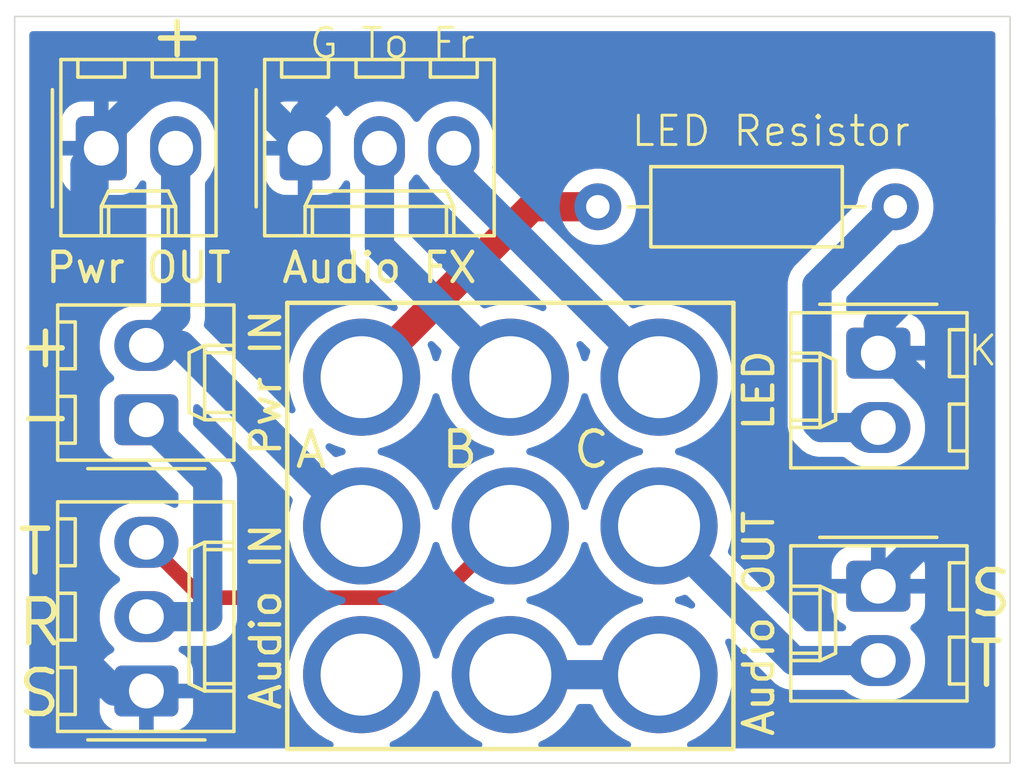
<source format=kicad_pcb>
(kicad_pcb (version 20241229) (generator "pcbnew") (generator_version "9.0")
  (title_block (date "2025-08-04") (rev "V1.1a Alternative layout"))
  (layers (0 "F.Cu" signal) (2 "B.Cu" signal) (13 "F.Paste" user) (15 "B.Paste" user) (5 "F.SilkS" user "F.Silkscreen") (7 "B.SilkS" user "B.Silkscreen") (1 "F.Mask" user) (3 "B.Mask" user) (25 "Edge.Cuts" user))
  (net 0 "")
  (net 1 "GND")
  (net 2 "Net-(J4-Pin_2)")
  (net 3 "Net-(J5-Pin_2)")
  (net 4 "Net-(J7-Pin_2)")
  (net 5 "Net-(R1-Pad1)")
  (net 7 "Net-(J1-Pin_3)")
  (net 8 "Net-(J1-Pin_2)")
  (net 9 "Net-(J2-Pin_2)")
  (net 10 "Net-(J7-Pin_3)")
  (net 11 "Net-(SW1-C-PadB3)")
  (footprint "Connector_Molex:Molex_KK-254_AE-6410-02A_1x02_P2.54mm_Vertical" (layer "F.Cu") (at 68 54.775 90)
    (property "Reference" "J4" (hide yes))
    (property "Value" "Pwr IN" (at 1.27 4.08 90) (layer "F.SilkS"))
    (fp_line (start 3.92 -3.03) (end -1.38 -3.03) (stroke (width 0.12)) (layer "F.SilkS"))
    (fp_line (start 1.74 -3.03) (end 1.74 -2.43) (stroke (width 0.12)) (layer "F.SilkS"))
    (fp_line (start -0.8 -3.03) (end -0.8 -2.43) (stroke (width 0.12)) (layer "F.SilkS"))
    (fp_line (start -1.38 -3.03) (end -1.38 2.99) (stroke (width 0.12)) (layer "F.SilkS"))
    (fp_line (start 3.34 -2.43) (end 3.34 -3.03) (stroke (width 0.12)) (layer "F.SilkS"))
    (fp_line (start 1.74 -2.43) (end 3.34 -2.43) (stroke (width 0.12)) (layer "F.SilkS"))
    (fp_line (start 0.8 -2.43) (end 0.8 -3.03) (stroke (width 0.12)) (layer "F.SilkS"))
    (fp_line (start -0.8 -2.43) (end 0.8 -2.43) (stroke (width 0.12)) (layer "F.SilkS"))
    (fp_line (start -1.67 -2) (end -1.67 2) (stroke (width 0.12)) (layer "F.SilkS"))
    (fp_line (start 2.29 1.46) (end 2.54 1.99) (stroke (width 0.12)) (layer "F.SilkS"))
    (fp_line (start 0.25 1.46) (end 2.29 1.46) (stroke (width 0.12)) (layer "F.SilkS"))
    (fp_line (start 2.54 1.99) (end 2.54 2.99) (stroke (width 0.12)) (layer "F.SilkS"))
    (fp_line (start 0 1.99) (end 0.25 1.46) (stroke (width 0.12)) (layer "F.SilkS"))
    (fp_line (start 0 1.99) (end 2.54 1.99) (stroke (width 0.12)) (layer "F.SilkS"))
    (fp_line (start 3.92 2.99) (end 3.92 -3.03) (stroke (width 0.12)) (layer "F.SilkS"))
    (fp_line (start 2.29 2.99) (end 2.29 1.99) (stroke (width 0.12)) (layer "F.SilkS"))
    (fp_line (start 0.25 2.99) (end 0.25 1.99) (stroke (width 0.12)) (layer "F.SilkS"))
    (fp_line (start 0 2.99) (end 0 1.99) (stroke (width 0.12)) (layer "F.SilkS"))
    (fp_line (start -1.38 2.99) (end 3.92 2.99) (stroke (width 0.12)) (layer "F.SilkS"))
    (pad "1" thru_hole roundrect (at 0 0 90) (size 1.74 2.19) (drill 1.19) (layers "*.Cu" "*.Mask") (roundrect_rratio 0.143678) (net 8 "Net-(J1-Pin_2)"))
    (pad "2" thru_hole oval (at 2.54 0 90) (size 1.74 2.19) (drill 1.19) (layers "*.Cu" "*.Mask") (net 2 "Net-(J4-Pin_2)"))
  )
  (footprint "Connector_Molex:Molex_KK-254_AE-6410-03A_1x03_P2.54mm_Vertical" (layer "F.Cu") (at 68 64.04 90)
    (property "Reference" "J1" (hide yes))
    (property "Value" "Audio IN" (at 2.54 4.08 90) (layer "F.SilkS"))
    (fp_line (start 6.46 -3.03) (end -1.38 -3.03) (stroke (width 0.12)) (layer "F.SilkS"))
    (fp_line (start 4.28 -3.03) (end 4.28 -2.43) (stroke (width 0.12)) (layer "F.SilkS"))
    (fp_line (start 1.74 -3.03) (end 1.74 -2.43) (stroke (width 0.12)) (layer "F.SilkS"))
    (fp_line (start -0.8 -3.03) (end -0.8 -2.43) (stroke (width 0.12)) (layer "F.SilkS"))
    (fp_line (start -1.38 -3.03) (end -1.38 2.99) (stroke (width 0.12)) (layer "F.SilkS"))
    (fp_line (start 5.88 -2.43) (end 5.88 -3.03) (stroke (width 0.12)) (layer "F.SilkS"))
    (fp_line (start 4.28 -2.43) (end 5.88 -2.43) (stroke (width 0.12)) (layer "F.SilkS"))
    (fp_line (start 3.34 -2.43) (end 3.34 -3.03) (stroke (width 0.12)) (layer "F.SilkS"))
    (fp_line (start 1.74 -2.43) (end 3.34 -2.43) (stroke (width 0.12)) (layer "F.SilkS"))
    (fp_line (start 0.8 -2.43) (end 0.8 -3.03) (stroke (width 0.12)) (layer "F.SilkS"))
    (fp_line (start -0.8 -2.43) (end 0.8 -2.43) (stroke (width 0.12)) (layer "F.SilkS"))
    (fp_line (start -1.67 -2) (end -1.67 2) (stroke (width 0.12)) (layer "F.SilkS"))
    (fp_line (start 4.83 1.46) (end 5.08 1.99) (stroke (width 0.12)) (layer "F.SilkS"))
    (fp_line (start 0.25 1.46) (end 4.83 1.46) (stroke (width 0.12)) (layer "F.SilkS"))
    (fp_line (start 5.08 1.99) (end 5.08 2.99) (stroke (width 0.12)) (layer "F.SilkS"))
    (fp_line (start 0 1.99) (end 0.25 1.46) (stroke (width 0.12)) (layer "F.SilkS"))
    (fp_line (start 0 1.99) (end 5.08 1.99) (stroke (width 0.12)) (layer "F.SilkS"))
    (fp_line (start 6.46 2.99) (end 6.46 -3.03) (stroke (width 0.12)) (layer "F.SilkS"))
    (fp_line (start 4.83 2.99) (end 4.83 1.99) (stroke (width 0.12)) (layer "F.SilkS"))
    (fp_line (start 0.25 2.99) (end 0.25 1.99) (stroke (width 0.12)) (layer "F.SilkS"))
    (fp_line (start 0 2.99) (end 0 1.99) (stroke (width 0.12)) (layer "F.SilkS"))
    (fp_line (start -1.38 2.99) (end 6.46 2.99) (stroke (width 0.12)) (layer "F.SilkS"))
    (pad "1" thru_hole roundrect (at 0 0 90) (size 1.74 2.19) (drill 1.19) (layers "*.Cu" "*.Mask") (roundrect_rratio 0.143678) (net 1 "GND"))
    (pad "2" thru_hole oval (at 2.54 0 90) (size 1.74 2.19) (drill 1.19) (layers "*.Cu" "*.Mask") (net 8 "Net-(J1-Pin_2)"))
    (pad "3" thru_hole oval (at 5.08 0 90) (size 1.74 2.19) (drill 1.19) (layers "*.Cu" "*.Mask") (net 7 "Net-(J1-Pin_3)"))
  )
  (footprint "Griffin:3PDT" (layer "F.Cu") (at 80.4312 58.4012)
    (property "Reference" "SW1" (hide yes))
    (property "Value" "SW_Foot_3PDT" (hide yes))
    (fp_line (start -7.62 -7.62) (end 7.62 -7.62) (stroke (width 0.1524)) (layer "F.SilkS"))
    (fp_line (start -7.62 7.62) (end -7.62 -7.62) (stroke (width 0.1524)) (layer "F.SilkS"))
    (fp_line (start 7.62 -7.62) (end 7.62 7.62) (stroke (width 0.1524)) (layer "F.SilkS"))
    (fp_line (start 7.62 7.62) (end -7.62 7.62) (stroke (width 0.1524)) (layer "F.SilkS"))
    (fp_text user "B" (at -2.4312 -1.9012 0) (layer "F.SilkS") (effects (font (size 1.2065 1.2065) (thickness 0.1524)) (justify left bottom)))
    (fp_text user "A" (at -7.4312 -1.9012 0) (layer "F.SilkS") (effects (font (size 1.2065 1.2065) (thickness 0.1524)) (justify left bottom)))
    (fp_text user "C" (at 2.0688 -1.9012 0) (layer "F.SilkS") (effects (font (size 1.2065 1.2065) (thickness 0.1524)) (justify left bottom)))
    (pad "A1" thru_hole circle (at -5.08 -5.08 180) (size 4 4) (drill 2.8) (layers "*.Cu" "*.Mask") (net 5 "Net-(R1-Pad1)"))
    (pad "A2" thru_hole circle (at -5.08 0 180) (size 4 4) (drill 2.8) (layers "*.Cu" "*.Mask") (net 2 "Net-(J4-Pin_2)"))
    (pad "A3" thru_hole circle (at -5.08 5.08 180) (size 4 4) (drill 2.8) (layers "*.Cu" "*.Mask"))
    (pad "B1" thru_hole circle (at 0 -5.08 180) (size 4 4) (drill 2.8) (layers "*.Cu" "*.Mask") (net 4 "Net-(J7-Pin_2)"))
    (pad "B2" thru_hole circle (at 0 0 180) (size 4 4) (drill 2.8) (layers "*.Cu" "*.Mask") (net 7 "Net-(J1-Pin_3)"))
    (pad "B3" thru_hole circle (at 0 5.08 180) (size 4 4) (drill 2.8) (layers "*.Cu" "*.Mask") (net 11 "Net-(SW1-C-PadB3)"))
    (pad "C1" thru_hole circle (at 5.08 -5.08 180) (size 4 4) (drill 2.8) (layers "*.Cu" "*.Mask") (net 10 "Net-(J7-Pin_3)"))
    (pad "C2" thru_hole circle (at 5.08 0 180) (size 4 4) (drill 2.8) (layers "*.Cu" "*.Mask") (net 9 "Net-(J2-Pin_2)"))
    (pad "C3" thru_hole circle (at 5.08 5.08 180) (size 4 4) (drill 2.8) (layers "*.Cu" "*.Mask") (net 11 "Net-(SW1-C-PadB3)"))
  )
  (footprint "Connector_Molex:Molex_KK-254_AE-6410-02A_1x02_P2.54mm_Vertical" (layer "F.Cu") (at 66.46 45.5)
    (property "Reference" "J8" (hide yes))
    (property "Value" "Pwr OUT" (at 1.27 4.08 0) (layer "F.SilkS"))
    (fp_line (start -1.67 -2) (end -1.67 2) (stroke (width 0.12)) (layer "F.SilkS"))
    (fp_line (start -1.38 -3.03) (end -1.38 2.99) (stroke (width 0.12)) (layer "F.SilkS"))
    (fp_line (start -1.38 2.99) (end 3.92 2.99) (stroke (width 0.12)) (layer "F.SilkS"))
    (fp_line (start -0.8 -3.03) (end -0.8 -2.43) (stroke (width 0.12)) (layer "F.SilkS"))
    (fp_line (start -0.8 -2.43) (end 0.8 -2.43) (stroke (width 0.12)) (layer "F.SilkS"))
    (fp_line (start 0 1.99) (end 0.25 1.46) (stroke (width 0.12)) (layer "F.SilkS"))
    (fp_line (start 0 1.99) (end 2.54 1.99) (stroke (width 0.12)) (layer "F.SilkS"))
    (fp_line (start 0 2.99) (end 0 1.99) (stroke (width 0.12)) (layer "F.SilkS"))
    (fp_line (start 0.25 1.46) (end 2.29 1.46) (stroke (width 0.12)) (layer "F.SilkS"))
    (fp_line (start 0.25 2.99) (end 0.25 1.99) (stroke (width 0.12)) (layer "F.SilkS"))
    (fp_line (start 0.8 -2.43) (end 0.8 -3.03) (stroke (width 0.12)) (layer "F.SilkS"))
    (fp_line (start 1.74 -3.03) (end 1.74 -2.43) (stroke (width 0.12)) (layer "F.SilkS"))
    (fp_line (start 1.74 -2.43) (end 3.34 -2.43) (stroke (width 0.12)) (layer "F.SilkS"))
    (fp_line (start 2.29 1.46) (end 2.54 1.99) (stroke (width 0.12)) (layer "F.SilkS"))
    (fp_line (start 2.29 2.99) (end 2.29 1.99) (stroke (width 0.12)) (layer "F.SilkS"))
    (fp_line (start 2.54 1.99) (end 2.54 2.99) (stroke (width 0.12)) (layer "F.SilkS"))
    (fp_line (start 3.34 -2.43) (end 3.34 -3.03) (stroke (width 0.12)) (layer "F.SilkS"))
    (fp_line (start 3.92 -3.03) (end -1.38 -3.03) (stroke (width 0.12)) (layer "F.SilkS"))
    (fp_line (start 3.92 2.99) (end 3.92 -3.03) (stroke (width 0.12)) (layer "F.SilkS"))
    (pad "1" thru_hole roundrect (at 0 0) (size 1.74 2.19) (drill 1.19) (layers "*.Cu" "*.Mask") (roundrect_rratio 0.143678) (net 1 "GND"))
    (pad "2" thru_hole oval (at 2.54 0) (size 1.74 2.19) (drill 1.19) (layers "*.Cu" "*.Mask") (net 2 "Net-(J4-Pin_2)"))
  )
  (footprint "Resistor_THT:R_Axial_DIN0207_L6.3mm_D2.5mm_P10.16mm_Horizontal" (layer "F.Cu") (at 83.42 47.5)
    (property "Reference" "R1" (hide yes))
    (property "Value" "4K4")
    (fp_line (start 1.04 0) (end 1.81 0) (stroke (width 0.12)) (layer "F.SilkS"))
    (fp_line (start 9.12 0) (end 8.35 0) (stroke (width 0.12)) (layer "F.SilkS"))
    (fp_rect (start 1.81 -1.37) (end 8.35 1.37) (stroke (width 0.12)) (fill no) (layer "F.SilkS"))
    (pad "1" thru_hole circle (at 0 0) (size 1.6 1.6) (drill 0.8) (layers "*.Cu" "*.Mask") (net 5 "Net-(R1-Pad1)"))
    (pad "2" thru_hole circle (at 10.16 0) (size 1.6 1.6) (drill 0.8) (layers "*.Cu" "*.Mask") (net 3 "Net-(J5-Pin_2)"))
  )
  (footprint "Connector_Molex:Molex_KK-254_AE-6410-03A_1x03_P2.54mm_Vertical" (layer "F.Cu") (at 73.42 45.5)
    (property "Reference" "J7" (hide yes))
    (property "Value" "Audio FX" (at 2.54 4.08 0) (layer "F.SilkS"))
    (fp_line (start -1.67 -2) (end -1.67 2) (stroke (width 0.12)) (layer "F.SilkS"))
    (fp_line (start -1.38 -3.03) (end -1.38 2.99) (stroke (width 0.12)) (layer "F.SilkS"))
    (fp_line (start -1.38 2.99) (end 6.46 2.99) (stroke (width 0.12)) (layer "F.SilkS"))
    (fp_line (start -0.8 -3.03) (end -0.8 -2.43) (stroke (width 0.12)) (layer "F.SilkS"))
    (fp_line (start -0.8 -2.43) (end 0.8 -2.43) (stroke (width 0.12)) (layer "F.SilkS"))
    (fp_line (start 0 1.99) (end 0.25 1.46) (stroke (width 0.12)) (layer "F.SilkS"))
    (fp_line (start 0 1.99) (end 5.08 1.99) (stroke (width 0.12)) (layer "F.SilkS"))
    (fp_line (start 0 2.99) (end 0 1.99) (stroke (width 0.12)) (layer "F.SilkS"))
    (fp_line (start 0.25 1.46) (end 4.83 1.46) (stroke (width 0.12)) (layer "F.SilkS"))
    (fp_line (start 0.25 2.99) (end 0.25 1.99) (stroke (width 0.12)) (layer "F.SilkS"))
    (fp_line (start 0.8 -2.43) (end 0.8 -3.03) (stroke (width 0.12)) (layer "F.SilkS"))
    (fp_line (start 1.74 -3.03) (end 1.74 -2.43) (stroke (width 0.12)) (layer "F.SilkS"))
    (fp_line (start 1.74 -2.43) (end 3.34 -2.43) (stroke (width 0.12)) (layer "F.SilkS"))
    (fp_line (start 3.34 -2.43) (end 3.34 -3.03) (stroke (width 0.12)) (layer "F.SilkS"))
    (fp_line (start 4.28 -3.03) (end 4.28 -2.43) (stroke (width 0.12)) (layer "F.SilkS"))
    (fp_line (start 4.28 -2.43) (end 5.88 -2.43) (stroke (width 0.12)) (layer "F.SilkS"))
    (fp_line (start 4.83 1.46) (end 5.08 1.99) (stroke (width 0.12)) (layer "F.SilkS"))
    (fp_line (start 4.83 2.99) (end 4.83 1.99) (stroke (width 0.12)) (layer "F.SilkS"))
    (fp_line (start 5.08 1.99) (end 5.08 2.99) (stroke (width 0.12)) (layer "F.SilkS"))
    (fp_line (start 5.88 -2.43) (end 5.88 -3.03) (stroke (width 0.12)) (layer "F.SilkS"))
    (fp_line (start 6.46 -3.03) (end -1.38 -3.03) (stroke (width 0.12)) (layer "F.SilkS"))
    (fp_line (start 6.46 2.99) (end 6.46 -3.03) (stroke (width 0.12)) (layer "F.SilkS"))
    (pad "1" thru_hole roundrect (at 0 0) (size 1.74 2.19) (drill 1.19) (layers "*.Cu" "*.Mask") (roundrect_rratio 0.143678) (net 1 "GND"))
    (pad "2" thru_hole oval (at 2.54 0) (size 1.74 2.19) (drill 1.19) (layers "*.Cu" "*.Mask") (net 4 "Net-(J7-Pin_2)"))
    (pad "3" thru_hole oval (at 5.08 0) (size 1.74 2.19) (drill 1.19) (layers "*.Cu" "*.Mask") (net 10 "Net-(J7-Pin_3)"))
  )
  (footprint "Connector_Molex:Molex_KK-254_AE-6410-02A_1x02_P2.54mm_Vertical" (layer "F.Cu") (at 93 60.46 -90)
    (property "Reference" "J2" (hide yes))
    (property "Value" "Audio OUT" (at 1.27 4.08 90) (layer "F.SilkS"))
    (fp_line (start -1.38 2.99) (end 3.92 2.99) (stroke (width 0.12)) (layer "F.SilkS"))
    (fp_line (start 0 2.99) (end 0 1.99) (stroke (width 0.12)) (layer "F.SilkS"))
    (fp_line (start 0.25 2.99) (end 0.25 1.99) (stroke (width 0.12)) (layer "F.SilkS"))
    (fp_line (start 2.29 2.99) (end 2.29 1.99) (stroke (width 0.12)) (layer "F.SilkS"))
    (fp_line (start 3.92 2.99) (end 3.92 -3.03) (stroke (width 0.12)) (layer "F.SilkS"))
    (fp_line (start 0 1.99) (end 2.54 1.99) (stroke (width 0.12)) (layer "F.SilkS"))
    (fp_line (start 0 1.99) (end 0.25 1.46) (stroke (width 0.12)) (layer "F.SilkS"))
    (fp_line (start 2.54 1.99) (end 2.54 2.99) (stroke (width 0.12)) (layer "F.SilkS"))
    (fp_line (start 0.25 1.46) (end 2.29 1.46) (stroke (width 0.12)) (layer "F.SilkS"))
    (fp_line (start 2.29 1.46) (end 2.54 1.99) (stroke (width 0.12)) (layer "F.SilkS"))
    (fp_line (start -1.67 -2) (end -1.67 2) (stroke (width 0.12)) (layer "F.SilkS"))
    (fp_line (start -0.8 -2.43) (end 0.8 -2.43) (stroke (width 0.12)) (layer "F.SilkS"))
    (fp_line (start 0.8 -2.43) (end 0.8 -3.03) (stroke (width 0.12)) (layer "F.SilkS"))
    (fp_line (start 1.74 -2.43) (end 3.34 -2.43) (stroke (width 0.12)) (layer "F.SilkS"))
    (fp_line (start 3.34 -2.43) (end 3.34 -3.03) (stroke (width 0.12)) (layer "F.SilkS"))
    (fp_line (start -1.38 -3.03) (end -1.38 2.99) (stroke (width 0.12)) (layer "F.SilkS"))
    (fp_line (start -0.8 -3.03) (end -0.8 -2.43) (stroke (width 0.12)) (layer "F.SilkS"))
    (fp_line (start 1.74 -3.03) (end 1.74 -2.43) (stroke (width 0.12)) (layer "F.SilkS"))
    (fp_line (start 3.92 -3.03) (end -1.38 -3.03) (stroke (width 0.12)) (layer "F.SilkS"))
    (pad "1" thru_hole roundrect (at 0 0 270) (size 1.74 2.19) (drill 1.19) (layers "*.Cu" "*.Mask") (roundrect_rratio 0.143678) (net 1 "GND"))
    (pad "2" thru_hole oval (at 2.54 0 270) (size 1.74 2.19) (drill 1.19) (layers "*.Cu" "*.Mask") (net 9 "Net-(J2-Pin_2)"))
  )
  (footprint "Connector_Molex:Molex_KK-254_AE-6410-02A_1x02_P2.54mm_Vertical" (layer "F.Cu") (at 93 52.5 -90)
    (property "Reference" "J5" (hide yes))
    (property "Value" "LED" (at 1.27 4.08 90) (layer "F.SilkS"))
    (fp_line (start -1.38 2.99) (end 3.92 2.99) (stroke (width 0.12)) (layer "F.SilkS"))
    (fp_line (start 0 2.99) (end 0 1.99) (stroke (width 0.12)) (layer "F.SilkS"))
    (fp_line (start 0.25 2.99) (end 0.25 1.99) (stroke (width 0.12)) (layer "F.SilkS"))
    (fp_line (start 2.29 2.99) (end 2.29 1.99) (stroke (width 0.12)) (layer "F.SilkS"))
    (fp_line (start 3.92 2.99) (end 3.92 -3.03) (stroke (width 0.12)) (layer "F.SilkS"))
    (fp_line (start 0 1.99) (end 2.54 1.99) (stroke (width 0.12)) (layer "F.SilkS"))
    (fp_line (start 0 1.99) (end 0.25 1.46) (stroke (width 0.12)) (layer "F.SilkS"))
    (fp_line (start 2.54 1.99) (end 2.54 2.99) (stroke (width 0.12)) (layer "F.SilkS"))
    (fp_line (start 0.25 1.46) (end 2.29 1.46) (stroke (width 0.12)) (layer "F.SilkS"))
    (fp_line (start 2.29 1.46) (end 2.54 1.99) (stroke (width 0.12)) (layer "F.SilkS"))
    (fp_line (start -1.67 -2) (end -1.67 2) (stroke (width 0.12)) (layer "F.SilkS"))
    (fp_line (start -0.8 -2.43) (end 0.8 -2.43) (stroke (width 0.12)) (layer "F.SilkS"))
    (fp_line (start 0.8 -2.43) (end 0.8 -3.03) (stroke (width 0.12)) (layer "F.SilkS"))
    (fp_line (start 1.74 -2.43) (end 3.34 -2.43) (stroke (width 0.12)) (layer "F.SilkS"))
    (fp_line (start 3.34 -2.43) (end 3.34 -3.03) (stroke (width 0.12)) (layer "F.SilkS"))
    (fp_line (start -1.38 -3.03) (end -1.38 2.99) (stroke (width 0.12)) (layer "F.SilkS"))
    (fp_line (start -0.8 -3.03) (end -0.8 -2.43) (stroke (width 0.12)) (layer "F.SilkS"))
    (fp_line (start 1.74 -3.03) (end 1.74 -2.43) (stroke (width 0.12)) (layer "F.SilkS"))
    (fp_line (start 3.92 -3.03) (end -1.38 -3.03) (stroke (width 0.12)) (layer "F.SilkS"))
    (pad "1" thru_hole roundrect (at 0 0 270) (size 1.74 2.19) (drill 1.19) (layers "*.Cu" "*.Mask") (roundrect_rratio 0.143678) (net 1 "GND"))
    (pad "2" thru_hole oval (at 2.54 0 270) (size 1.74 2.19) (drill 1.19) (layers "*.Cu" "*.Mask") (net 3 "Net-(J5-Pin_2)"))
  )
  (gr_rect (start 63.5 41) (end 97.5 66.5) (stroke (width 0.05)) (fill no) (layer "Edge.Cuts"))
  (gr_text "LED Resistor" (at 84.5 45.5 0) (layer "F.SilkS") (effects (font (size 1 1) (thickness 0.1)) (justify left bottom)))
  (gr_text "G To Fr" (at 73.5 42.5 0) (layer "F.SilkS") (effects (font (size 1 1) (thickness 0.1)) (justify left bottom)))
  (gr_text "+" (at 68 42.5 0) (layer "F.SilkS") (effects (font (size 1.5 1.5) (thickness 0.1875)) (justify left bottom)))
  (gr_text "T\nR\nS" (at 63.5 65 0) (layer "F.SilkS") (effects (font (size 1.5 1.5) (thickness 0.1875)) (justify left bottom)))
  (gr_text "K" (at 96 53 0) (layer "F.SilkS") (effects (font (size 1 1) (thickness 0.1)) (justify left bottom)))
  (gr_text "+\n-" (at 63.5 55.5 0) (layer "F.SilkS") (effects (font (size 1.5 1.5) (thickness 0.1875)) (justify left bottom)))
  (gr_text "S\nT" (at 96 64 0) (layer "F.SilkS") (effects (font (size 1.5 1.5) (thickness 0.1875)) (justify left bottom)))
  (segment (start 68.225006 43.404) (end 71.324 43.404) (width 1) (layer "B.Cu") (net 1))
  (segment (start 66.46 45.5) (end 66.46 45.169006) (width 1) (layer "B.Cu") (net 1))
  (segment (start 93 51.5) (end 93 52.5) (width 1) (layer "B.Cu") (net 1))
  (segment (start 93.5 51.5) (end 93.5 52.5) (width 0.2) (layer "B.Cu") (net 1))
  (segment (start 95.404 43.404) (end 96.5 44.5) (width 1) (layer "B.Cu") (net 1))
  (segment (start 96.5 44.5) (end 96.5 48) (width 1) (layer "B.Cu") (net 1))
  (segment (start 95.096 54.265006) (end 95.096 58.364) (width 1) (layer "B.Cu") (net 1))
  (segment (start 95.096 58.364) (end 93 60.46) (width 1) (layer "B.Cu") (net 1))
  (segment (start 96.5 48) (end 93 51.5) (width 1) (layer "B.Cu") (net 1))
  (segment (start 66.905 64.04) (end 68 64.04) (width 1) (layer "B.Cu") (net 1))
  (segment (start 66.46 45.5) (end 65.904 46.056) (width 1) (layer "B.Cu") (net 1))
  (segment (start 65.904 46.056) (end 65.904 63.039) (width 1) (layer "B.Cu") (net 1))
  (segment (start 74.421 43.404) (end 95.404 43.404) (width 1) (layer "B.Cu") (net 1))
  (segment (start 93 52.5) (end 93.330994 52.5) (width 1) (layer "B.Cu") (net 1))
  (segment (start 93.330994 52.5) (end 95.096 54.265006) (width 1) (layer "B.Cu") (net 1))
  (segment (start 73.42 45.5) (end 73.42 44.405) (width 1) (layer "B.Cu") (net 1))
  (segment (start 73.42 44.405) (end 74.421 43.404) (width 1) (layer "B.Cu") (net 1))
  (segment (start 65.904 63.039) (end 66.905 64.04) (width 1) (layer "B.Cu") (net 1))
  (segment (start 71.324 43.404) (end 73.42 45.5) (width 1) (layer "B.Cu") (net 1))
  (segment (start 66.46 45.169006) (end 68.225006 43.404) (width 1) (layer "B.Cu") (net 1))
  (segment (start 69 51.235) (end 69 45.5) (width 1) (layer "B.Cu") (net 2))
  (segment (start 75.3512 58.4012) (end 69.185 52.235) (width 1) (layer "B.Cu") (net 2))
  (segment (start 68 52.235) (end 69 51.235) (width 1) (layer "B.Cu") (net 2))
  (segment (start 69.185 52.235) (end 68 52.235) (width 1) (layer "B.Cu") (net 2))
  (segment (start 93.58 47.5) (end 90.904 50.176) (width 1) (layer "B.Cu") (net 3))
  (segment (start 90.904 54.904) (end 91.04 55.04) (width 1) (layer "B.Cu") (net 3))
  (segment (start 90.904 50.176) (end 90.904 54.904) (width 1) (layer "B.Cu") (net 3))
  (segment (start 91.04 55.04) (end 93 55.04) (width 1) (layer "B.Cu") (net 3))
  (segment (start 75.96 48.85) (end 80.4312 53.3212) (width 1) (layer "B.Cu") (net 4))
  (segment (start 75.96 45.5) (end 75.96 48.85) (width 1) (layer "B.Cu") (net 4))
  (segment (start 83.42 47.5) (end 81.1724 47.5) (width 1) (layer "F.Cu") (net 5))
  (segment (start 81.1724 47.5) (end 75.3512 53.3212) (width 1) (layer "F.Cu") (net 5))
  (segment (start 69.8922 60.8522) (end 77.9802 60.8522) (width 0.5) (layer "F.Cu") (net 7))
  (segment (start 77.9802 60.8522) (end 80.4312 58.4012) (width 0.5) (layer "F.Cu") (net 7))
  (segment (start 68 58.96) (end 69.8922 60.8522) (width 0.5) (layer "F.Cu") (net 7))
  (segment (start 70.096 61.499) (end 70.096 56.871) (width 1) (layer "B.Cu") (net 8))
  (segment (start 68 61.5) (end 70.095 61.5) (width 1) (layer "B.Cu") (net 8))
  (segment (start 70.095 61.5) (end 70.096 61.499) (width 1) (layer "B.Cu") (net 8))
  (segment (start 70.096 56.871) (end 68 54.775) (width 1) (layer "B.Cu") (net 8))
  (segment (start 90.11 63) (end 93 63) (width 1) (layer "B.Cu") (net 9))
  (segment (start 85.5112 58.4012) (end 90.11 63) (width 1) (layer "B.Cu") (net 9))
  (segment (start 78.5 45.5) (end 78.5 46.31) (width 1) (layer "B.Cu") (net 10))
  (segment (start 78.5 46.31) (end 85.5112 53.3212) (width 1) (layer "B.Cu") (net 10))
  (segment (start 80.4312 63.4812) (end 85.5112 63.4812) (width 1) (layer "B.Cu") (net 11))
  (zone (net 1) (net_name "GND") (layer "B.Cu") (connect_pads (clearance 0.5)) (min_thickness 0.25) (fill yes (thermal_gap 0.5) (thermal_bridge_width 0.5) (island_removal_mode 1) (island_area_min 10))
    (polygon (pts (xy 63 40.5) (xy 98 40.5) (xy 98 67) (xy 63 67)))
  )
)
</source>
